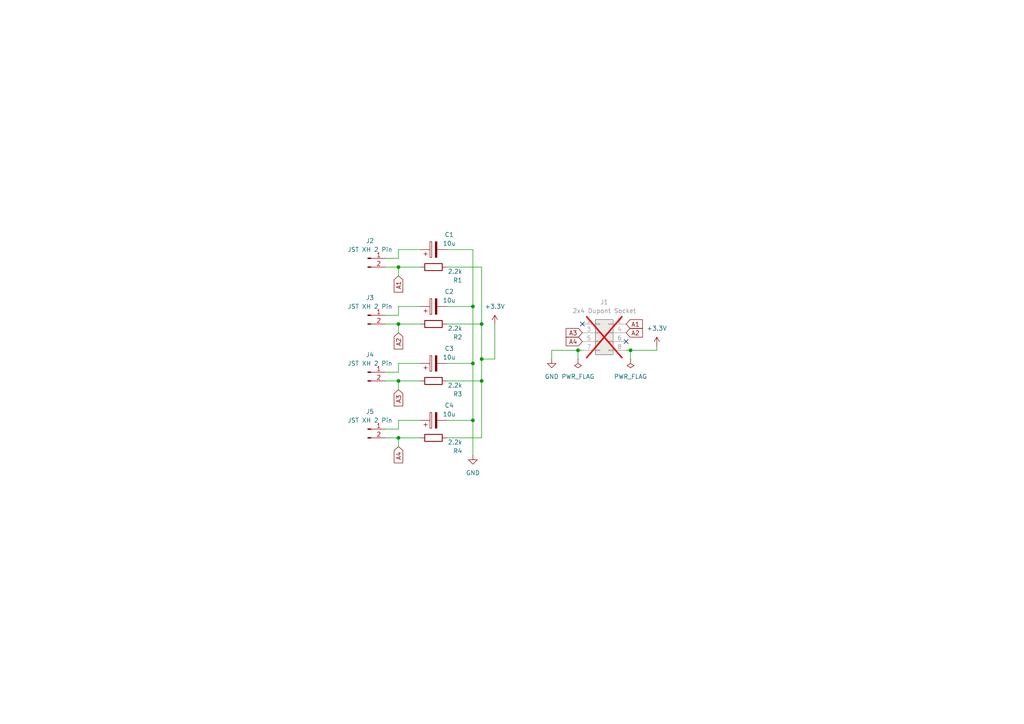
<source format=kicad_sch>
(kicad_sch (version 20231120) (generator "eeschema") (generator_version "8.0")
  (paper "A4")
  (title_block (title "Nyoomies TH Expander") (rev "0.2") (company "Philipp Molitor"))
  (lib_symbols
    (symbol "Connector:Conn_01x02_Pin" (pin_names (offset 1.016) hide)
      (property "Reference" "J" (at 0 2.54 0))
      (property "Value" "Conn_01x02_Pin" (at 0 -5.08 0))
      (symbol "Conn_01x02_Pin_1_1"
        (polyline (pts (xy 1.27 -2.54) (xy 0.8636 -2.54)) (stroke (width 0.1524)))
        (polyline (pts (xy 1.27 0) (xy 0.8636 0)) (stroke (width 0.1524)))
        (rectangle (start 0.8636 -2.413) (end 0 -2.667) (stroke (width 0.1524)) (fill (type outline)))
        (rectangle (start 0.8636 0.127) (end 0 -0.127) (stroke (width 0.1524)) (fill (type outline)))
        (pin passive line (at 5.08 0 180) (length 3.81) (name "Pin_1") (number "1"))
        (pin passive line (at 5.08 -2.54 180) (length 3.81) (name "Pin_2") (number "2"))
      )
    )
    (symbol "Connector_Generic:Conn_02x04_Odd_Even" (pin_names (offset 1.016) hide)
      (property "Reference" "J" (at 1.27 5.08 0))
      (property "Value" "Conn_02x04_Odd_Even" (at 1.27 -7.62 0))
      (symbol "Conn_02x04_Odd_Even_1_1"
        (rectangle (start -1.27 -4.953) (end 0 -5.207) (stroke (width 0.1524)))
        (rectangle (start -1.27 -2.413) (end 0 -2.667) (stroke (width 0.1524)))
        (rectangle (start -1.27 0.127) (end 0 -0.127) (stroke (width 0.1524)))
        (rectangle (start -1.27 2.667) (end 0 2.413) (stroke (width 0.1524)))
        (rectangle (start -1.27 3.81) (end 3.81 -6.35) (stroke (width 0.254)) (fill (type background)))
        (rectangle (start 3.81 -4.953) (end 2.54 -5.207) (stroke (width 0.1524)))
        (rectangle (start 3.81 -2.413) (end 2.54 -2.667) (stroke (width 0.1524)))
        (rectangle (start 3.81 0.127) (end 2.54 -0.127) (stroke (width 0.1524)))
        (rectangle (start 3.81 2.667) (end 2.54 2.413) (stroke (width 0.1524)))
        (pin passive line (at -5.08 2.54 0) (length 3.81) (name "Pin_1") (number "1"))
        (pin passive line (at 7.62 2.54 180) (length 3.81) (name "Pin_2") (number "2"))
        (pin passive line (at -5.08 0 0) (length 3.81) (name "Pin_3") (number "3"))
        (pin passive line (at 7.62 0 180) (length 3.81) (name "Pin_4") (number "4"))
        (pin passive line (at -5.08 -2.54 0) (length 3.81) (name "Pin_5") (number "5"))
        (pin passive line (at 7.62 -2.54 180) (length 3.81) (name "Pin_6") (number "6"))
        (pin passive line (at -5.08 -5.08 0) (length 3.81) (name "Pin_7") (number "7"))
        (pin passive line (at 7.62 -5.08 180) (length 3.81) (name "Pin_8") (number "8"))
      )
    )
    (symbol "Device:C_Polarized" (pin_numbers hide) (pin_names (offset 0.254))
      (property "Reference" "C" (at 0.635 2.54 0))
      (property "Value" "C_Polarized" (at 0.635 -2.54 0))
      (symbol "C_Polarized_0_1"
        (rectangle (start -2.286 0.508) (end 2.286 1.016))
        (polyline (pts (xy -1.778 2.286) (xy -0.762 2.286)))
        (polyline (pts (xy -1.27 2.794) (xy -1.27 1.778)))
        (rectangle (start 2.286 -0.508) (end -2.286 -1.016) (fill (type outline)))
      )
      (symbol "C_Polarized_1_1"
        (pin passive line (at 0 3.81 270) (length 2.794) (name "~") (number "1"))
        (pin passive line (at 0 -3.81 90) (length 2.794) (name "~") (number "2"))
      )
    )
    (symbol "Device:R" (pin_numbers hide) (pin_names (offset 0))
      (property "Reference" "R" (at 2.032 0 90))
      (property "Value" "R" (at 0 0 90))
      (symbol "R_0_1"
        (rectangle (start -1.016 -2.54) (end 1.016 2.54) (stroke (width 0.254)))
      )
      (symbol "R_1_1"
        (pin passive line (at 0 3.81 270) (length 1.27) (name "~") (number "1"))
        (pin passive line (at 0 -3.81 90) (length 1.27) (name "~") (number "2"))
      )
    )
    (symbol "power:+3.3V" (power) (pin_numbers hide) (pin_names (offset 0) hide)
      (property "Value" "+3.3V" (at 0 3.556 0))
      (symbol "+3.3V_0_1"
        (polyline (pts (xy -0.762 1.27) (xy 0 2.54)))
        (polyline (pts (xy 0 0) (xy 0 2.54)))
        (polyline (pts (xy 0 2.54) (xy 0.762 1.27)))
      )
      (symbol "+3.3V_1_1"
        (pin power_in line (at 0 0 90) (length 0) (name "~") (number "1"))
      )
    )
    (symbol "power:GND" (power) (pin_numbers hide) (pin_names (offset 0) hide)
      (property "Value" "GND" (at 0 -3.81 0))
      (symbol "GND_0_1"
        (polyline (pts (xy 0 0) (xy 0 -1.27) (xy 1.27 -1.27) (xy 0 -2.54) (xy -1.27 -1.27) (xy 0 -1.27)))
      )
      (symbol "GND_1_1"
        (pin power_in line (at 0 0 270) (length 0) (name "~") (number "1"))
      )
    )
    (symbol "power:PWR_FLAG" (power) (pin_numbers hide) (pin_names (offset 0) hide)
      (property "Value" "PWR_FLAG" (at 0 3.81 0))
      (symbol "PWR_FLAG_0_0"
        (pin power_out line (at 0 0 90) (length 0) (name "~") (number "1"))
      )
      (symbol "PWR_FLAG_0_1"
        (polyline (pts (xy 0 0) (xy 0 1.27) (xy -1.016 1.905) (xy 0 2.54) (xy 1.016 1.905) (xy 0 1.27)))
      )
    )
  )
  (junction (at 139.7 104.14))
  (junction (at 137.16 105.41))
  (junction (at 182.88 101.6))
  (junction (at 139.7 110.49))
  (junction (at 137.16 88.9))
  (junction (at 167.64 101.6))
  (junction (at 115.57 127))
  (junction (at 137.16 121.92))
  (junction (at 115.57 93.98))
  (junction (at 115.57 110.49))
  (junction (at 139.7 93.98))
  (junction (at 115.57 77.47))
  (no_connect (at 181.61 99.06))
  (no_connect (at 168.91 93.98))
  (wire (pts (xy 167.64 101.6) (xy 167.64 104.14)))
  (wire (pts (xy 115.57 110.49) (xy 121.92 110.49)))
  (wire (pts (xy 139.7 110.49) (xy 139.7 127)))
  (wire (pts (xy 115.57 72.39) (xy 115.57 74.93)))
  (wire (pts (xy 111.76 93.98) (xy 115.57 93.98)))
  (wire (pts (xy 129.54 105.41) (xy 137.16 105.41)))
  (wire (pts (xy 115.57 88.9) (xy 115.57 91.44)))
  (wire (pts (xy 190.5 101.6) (xy 190.5 100.33)))
  (wire (pts (xy 181.61 101.6) (xy 182.88 101.6)))
  (wire (pts (xy 143.51 104.14) (xy 143.51 93.98)))
  (wire (pts (xy 137.16 88.9) (xy 137.16 72.39)))
  (wire (pts (xy 137.16 88.9) (xy 137.16 105.41)))
  (wire (pts (xy 137.16 72.39) (xy 129.54 72.39)))
  (wire (pts (xy 182.88 104.14) (xy 182.88 101.6)))
  (wire (pts (xy 167.64 101.6) (xy 168.91 101.6)))
  (wire (pts (xy 182.88 101.6) (xy 190.5 101.6)))
  (wire (pts (xy 115.57 77.47) (xy 115.57 80.01)))
  (wire (pts (xy 115.57 88.9) (xy 121.92 88.9)))
  (wire (pts (xy 115.57 127) (xy 115.57 129.54)))
  (wire (pts (xy 160.02 101.6) (xy 160.02 104.14)))
  (wire (pts (xy 115.57 93.98) (xy 121.92 93.98)))
  (wire (pts (xy 129.54 93.98) (xy 139.7 93.98)))
  (wire (pts (xy 115.57 127) (xy 111.76 127)))
  (wire (pts (xy 115.57 72.39) (xy 121.92 72.39)))
  (wire (pts (xy 129.54 77.47) (xy 139.7 77.47)))
  (wire (pts (xy 129.54 88.9) (xy 137.16 88.9)))
  (wire (pts (xy 115.57 127) (xy 121.92 127)))
  (wire (pts (xy 129.54 127) (xy 139.7 127)))
  (wire (pts (xy 115.57 74.93) (xy 111.76 74.93)))
  (wire (pts (xy 139.7 77.47) (xy 139.7 93.98)))
  (wire (pts (xy 137.16 105.41) (xy 137.16 121.92)))
  (wire (pts (xy 115.57 91.44) (xy 111.76 91.44)))
  (wire (pts (xy 139.7 93.98) (xy 139.7 104.14)))
  (wire (pts (xy 115.57 77.47) (xy 121.92 77.47)))
  (wire (pts (xy 115.57 105.41) (xy 115.57 107.95)))
  (wire (pts (xy 115.57 93.98) (xy 115.57 96.52)))
  (wire (pts (xy 115.57 121.92) (xy 115.57 124.46)))
  (wire (pts (xy 139.7 104.14) (xy 139.7 110.49)))
  (wire (pts (xy 129.54 121.92) (xy 137.16 121.92)))
  (wire (pts (xy 115.57 107.95) (xy 111.76 107.95)))
  (wire (pts (xy 115.57 105.41) (xy 121.92 105.41)))
  (wire (pts (xy 115.57 124.46) (xy 111.76 124.46)))
  (wire (pts (xy 111.76 77.47) (xy 115.57 77.47)))
  (wire (pts (xy 115.57 121.92) (xy 121.92 121.92)))
  (wire (pts (xy 111.76 110.49) (xy 115.57 110.49)))
  (wire (pts (xy 137.16 121.92) (xy 137.16 132.08)))
  (wire (pts (xy 160.02 101.6) (xy 167.64 101.6)))
  (wire (pts (xy 115.57 110.49) (xy 115.57 113.03)))
  (wire (pts (xy 139.7 104.14) (xy 143.51 104.14)))
  (wire (pts (xy 129.54 110.49) (xy 139.7 110.49)))
  (global_label "A1" (shape input) (at 115.57 80.01 270) (property "Intersheetrefs" "${INTERSHEET_REFS}" (effects (hide yes))))
  (global_label "A2" (shape input) (at 181.61 96.52 0) (property "Intersheetrefs" "${INTERSHEET_REFS}" (effects (hide yes))))
  (global_label "A4" (shape input) (at 115.57 129.54 270) (property "Intersheetrefs" "${INTERSHEET_REFS}" (effects (hide yes))))
  (global_label "A3" (shape input) (at 115.57 113.03 270) (property "Intersheetrefs" "${INTERSHEET_REFS}" (effects (hide yes))))
  (global_label "A4" (shape input) (at 168.91 99.06 180) (property "Intersheetrefs" "${INTERSHEET_REFS}" (effects (hide yes))))
  (global_label "A3" (shape input) (at 168.91 96.52 180) (property "Intersheetrefs" "${INTERSHEET_REFS}" (effects (hide yes))))
  (global_label "A2" (shape input) (at 115.57 96.52 270) (property "Intersheetrefs" "${INTERSHEET_REFS}" (effects (hide yes))))
  (global_label "A1" (shape input) (at 181.61 93.98 0) (property "Intersheetrefs" "${INTERSHEET_REFS}" (effects (hide yes))))
  (symbol (lib_id "Device:C_Polarized") (at 125.73 88.9 90) (unit 1)
    (property "Reference" "C2" (at 130.302 84.582 90))
    (property "Value" "10u" (at 130.302 87.122 90))
    (property "Footprint" "Capacitor_SMD:C_1206_3216Metric" (effects (hide yes)))
    (property "Description" "Polarized capacitor" (effects (hide yes)))
    (property "LCSC Part #" "C47971" (effects (hide yes)))
  )
  (symbol (lib_id "power:PWR_FLAG") (at 167.64 104.14 180) (unit 1)
    (property "Reference" "#FLG01" (effects (hide yes)))
    (property "Value" "PWR_FLAG" (at 167.64 109.22 0))
    (property "Description" "Special symbol for telling ERC where power comes from" (effects (hide yes)))
  )
  (symbol (lib_id "Device:R") (at 125.73 77.47 90) (unit 1)
    (property "Reference" "R1" (at 134.112 81.28 90) (effects (justify left)))
    (property "Value" "2.2k" (at 134.112 78.74 90) (effects (justify left)))
    (property "Footprint" "Resistor_SMD:R_1206_3216Metric" (effects (hide yes)))
    (property "Description" "Resistor" (effects (hide yes)))
    (property "LCSC Part #" "C311944" (effects (hide yes)))
  )
  (symbol (lib_id "Connector_Generic:Conn_02x04_Odd_Even") (at 173.99 96.52 0) (unit 1) (dnp yes)
    (property "Reference" "J1" (at 175.26 87.63 0))
    (property "Value" "2x4 Dupont Socket" (at 175.26 90.17 0))
    (property "Footprint" "Connector_PinSocket_2.54mm:PinSocket_2x04_P2.54mm_Vertical" (effects (hide yes)))
    (property "Description" "Generic connector, double row, 02x04, odd/even pin numbering scheme (row 1 odd numbers, row 2 even numbers), script generated (kicad-library-utils/schlib/autogen/connector/)" (effects (hide yes)))
  )
  (symbol (lib_id "Connector:Conn_01x02_Pin") (at 106.68 124.46 0) (unit 1)
    (property "Reference" "J5" (at 107.315 119.38 0))
    (property "Value" "JST XH 2 Pin" (at 107.315 121.92 0))
    (property "Footprint" "Connector_JST:JST_XH_B2B-XH-A_1x02_P2.50mm_Vertical" (effects (hide yes)))
    (property "Description" "Generic connector, single row, 01x02, script generated" (effects (hide yes)))
    (property "LCSC Part #" "C158012" (effects (hide yes)))
  )
  (symbol (lib_id "Device:C_Polarized") (at 125.73 72.39 90) (unit 1)
    (property "Reference" "C1" (at 130.302 68.072 90))
    (property "Value" "10u" (at 130.302 70.612 90))
    (property "Footprint" "Capacitor_SMD:C_1206_3216Metric" (effects (hide yes)))
    (property "Description" "Polarized capacitor" (effects (hide yes)))
    (property "LCSC Part #" "C47971" (effects (hide yes)))
  )
  (symbol (lib_id "power:+3.3V") (at 143.51 93.98 0) (unit 1)
    (property "Reference" "#PWR02" (effects (hide yes)))
    (property "Value" "+3.3V" (at 143.51 88.9 0))
    (property "Description" "Power symbol creates a global label with name \"+3.3V\"" (effects (hide yes)))
  )
  (symbol (lib_id "Connector:Conn_01x02_Pin") (at 106.68 74.93 0) (unit 1)
    (property "Reference" "J2" (at 107.315 69.85 0))
    (property "Value" "JST XH 2 Pin" (at 107.315 72.39 0))
    (property "Footprint" "Connector_JST:JST_XH_B2B-XH-A_1x02_P2.50mm_Vertical" (effects (hide yes)))
    (property "Description" "Generic connector, single row, 01x02, script generated" (effects (hide yes)))
    (property "LCSC Part #" "C158012" (effects (hide yes)))
  )
  (symbol (lib_id "Connector:Conn_01x02_Pin") (at 106.68 107.95 0) (unit 1)
    (property "Reference" "J4" (at 107.315 102.87 0))
    (property "Value" "JST XH 2 Pin" (at 107.315 105.41 0))
    (property "Footprint" "Connector_JST:JST_XH_B2B-XH-A_1x02_P2.50mm_Vertical" (effects (hide yes)))
    (property "Description" "Generic connector, single row, 01x02, script generated" (effects (hide yes)))
    (property "LCSC Part #" "C158012" (effects (hide yes)))
  )
  (symbol (lib_id "Connector:Conn_01x02_Pin") (at 106.68 91.44 0) (unit 1)
    (property "Reference" "J3" (at 107.315 86.36 0))
    (property "Value" "JST XH 2 Pin" (at 107.315 88.9 0))
    (property "Footprint" "Connector_JST:JST_XH_B2B-XH-A_1x02_P2.50mm_Vertical" (effects (hide yes)))
    (property "Description" "Generic connector, single row, 01x02, script generated" (effects (hide yes)))
    (property "LCSC Part #" "C158012" (effects (hide yes)))
  )
  (symbol (lib_id "power:GND") (at 160.02 104.14 0) (unit 1)
    (property "Reference" "#PWR03" (effects (hide yes)))
    (property "Value" "GND" (at 160.02 109.22 0))
    (property "Description" "Power symbol creates a global label with name \"GND\" , ground" (effects (hide yes)))
  )
  (symbol (lib_id "power:PWR_FLAG") (at 182.88 104.14 180) (unit 1)
    (property "Reference" "#FLG02" (effects (hide yes)))
    (property "Value" "PWR_FLAG" (at 182.88 109.22 0))
    (property "Description" "Special symbol for telling ERC where power comes from" (effects (hide yes)))
  )
  (symbol (lib_id "Device:C_Polarized") (at 125.73 121.92 90) (unit 1)
    (property "Reference" "C4" (at 130.302 117.602 90))
    (property "Value" "10u" (at 130.302 120.142 90))
    (property "Footprint" "Capacitor_SMD:C_1206_3216Metric" (effects (hide yes)))
    (property "Description" "Polarized capacitor" (effects (hide yes)))
    (property "LCSC Part #" "C47971" (effects (hide yes)))
  )
  (symbol (lib_id "Device:R") (at 125.73 93.98 90) (unit 1)
    (property "Reference" "R2" (at 134.112 97.79 90) (effects (justify left)))
    (property "Value" "2.2k" (at 134.112 95.25 90) (effects (justify left)))
    (property "Footprint" "Resistor_SMD:R_1206_3216Metric" (effects (hide yes)))
    (property "Description" "Resistor" (effects (hide yes)))
    (property "LCSC Part #" "C311944" (effects (hide yes)))
  )
  (symbol (lib_id "power:GND") (at 137.16 132.08 0) (unit 1)
    (property "Reference" "#PWR04" (effects (hide yes)))
    (property "Value" "GND" (at 137.16 137.16 0))
    (property "Description" "Power symbol creates a global label with name \"GND\" , ground" (effects (hide yes)))
  )
  (symbol (lib_id "Device:R") (at 125.73 127 90) (unit 1)
    (property "Reference" "R4" (at 134.112 130.81 90) (effects (justify left)))
    (property "Value" "2.2k" (at 134.112 128.27 90) (effects (justify left)))
    (property "Footprint" "Resistor_SMD:R_1206_3216Metric" (effects (hide yes)))
    (property "Description" "Resistor" (effects (hide yes)))
    (property "LCSC Part #" "C311944" (effects (hide yes)))
  )
  (symbol (lib_id "power:+3.3V") (at 190.5 100.33 0) (unit 1)
    (property "Reference" "#PWR01" (effects (hide yes)))
    (property "Value" "+3.3V" (at 190.5 95.25 0))
    (property "Description" "Power symbol creates a global label with name \"+3.3V\"" (effects (hide yes)))
  )
  (symbol (lib_id "Device:C_Polarized") (at 125.73 105.41 90) (unit 1)
    (property "Reference" "C3" (at 130.302 101.092 90))
    (property "Value" "10u" (at 130.302 103.632 90))
    (property "Footprint" "Capacitor_SMD:C_1206_3216Metric" (effects (hide yes)))
    (property "Description" "Polarized capacitor" (effects (hide yes)))
    (property "LCSC Part #" "C47971" (effects (hide yes)))
  )
  (symbol (lib_id "Device:R") (at 125.73 110.49 90) (unit 1)
    (property "Reference" "R3" (at 134.112 114.3 90) (effects (justify left)))
    (property "Value" "2.2k" (at 134.112 111.76 90) (effects (justify left)))
    (property "Footprint" "Resistor_SMD:R_1206_3216Metric" (effects (hide yes)))
    (property "Description" "Resistor" (effects (hide yes)))
    (property "LCSC Part #" "C311944" (effects (hide yes)))
  )
)
</source>
